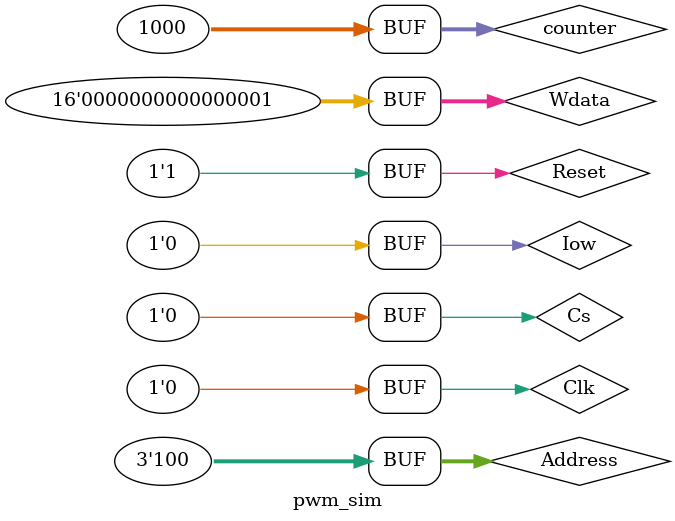
<source format=v>
`timescale 1ns / 1ps


module pwm_sim(
    );
//input Reset,input [2:0] Address,input Cs,input Clk,input Iow,input [15:0] Wdata,output Pwm    
reg Reset;
reg [2:0] Address;
reg Cs;
reg Clk;
reg Iow;
reg [15:0] Wdata;
wire Pwm;
reg [31:0] counter=0;
    dev_pwm uut1(Reset,Address,Cs,Clk,Iow,Wdata,Pwm);
    
    always
    begin
        Reset = 1;
        Address = 0;
        Cs = 0;
        Clk = 0;
        Iow = 0;
        Wdata = 0;
        #5;
        //¿ªÊ¼Reset
        Reset = 0;
        Clk = 0;
        #5;
        //¿ªÊ¼Ð´²ÎÊý
        Reset = 1;
        Cs = 1;
        Iow = 1;
        Address = 0;
        Wdata = 12;//¸ø1ºÅmaxval¼Ä´æÆ÷Ð´×î´óÖµ12
        Clk = 1;//ClkÉÏÉýÑØÐ´Èë
        #5;
        Clk = 0;
        #5;

        Address = 2;
        Wdata = 4;//¸ø2ºÅcompval¼Ä´æÆ÷Ð´±È½ÏÖµ4
        Clk = 1;//ClkÉÏÉýÑØÐ´Èë
        #5;
        Clk = 0;
        #5;
        
        Address = 4;
        Wdata = 1;//¸ø0ºÅ¿ØÖÆ¼Ä´æÆ÷Ð´Ê¹ÄÜÐÅºÅ1
        Clk = 1;//ClkÉÏÉýÑØÐ´Èë
        #5;
        Clk = 0;
        #5;
        
        Cs = 0;
        Iow = 0;
        
        for(counter = 0;counter<1000;counter=counter+1)
        begin
            Clk=1;
            #5;
            Clk=0;
            #5;
        end
        
    
    end
    
    
endmodule

</source>
